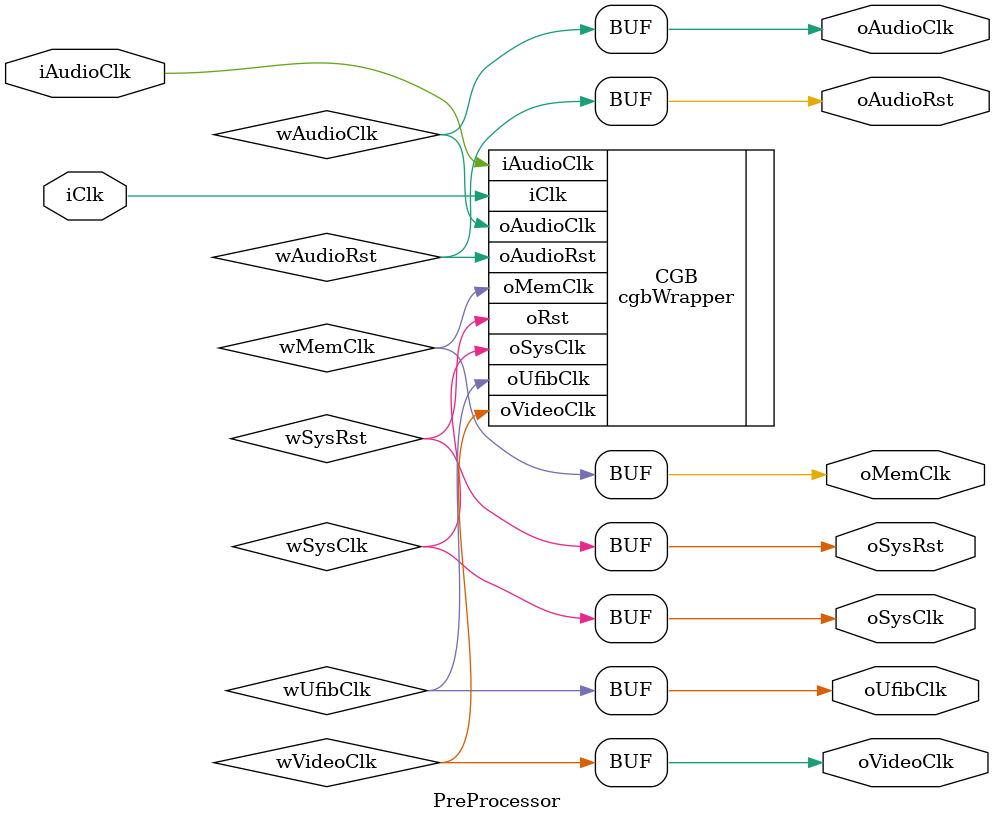
<source format=v>
module PreProcessor #(
    parameter       pSystemPll      = "on",
    parameter       pAudioPll       = "on"
)(
	// External Port
    input           iClk,
    input           iAudioClk,
	// Internal Port
    output          oSysRst,        // Active High Sync Reset
    output          oAudioRst,		// Active High Sync Reset
    output          oMemClk,
    output          oVideoClk,
    output          oSysClk,
    output          oAudioClk,
	output 			oUfibClk
);


//----------------------------------------------------------
// Clock Generate Block
//----------------------------------------------------------
wire wSysRst;			assign oSysRst 		= wSysRst;
wire wAudioRst;			assign oAudioRst 	= wAudioRst;
//
wire wMemClk;			assign oMemClk		= wMemClk;
wire wVideoClk;			assign oVideoClk	= wVideoClk;
wire wSysClk;			assign oSysClk		= wSysClk;
wire wAudioClk;			assign oAudioClk 	= wAudioClk;
wire wUfibClk;			assign oUfibClk 	= wUfibClk;

cgbWrapper # (
    .pSystemPll (pSystemPll),
    .pAudioPll  (pAudioPll)
) CGB (
    .iClk       (iClk),
    .iAudioClk  (iAudioClk),
    .oRst       (wSysRst),
    .oAudioRst  (wAudioRst),
    .oMemClk    (wMemClk),
    .oVideoClk  (wVideoClk),
    .oSysClk    (wSysClk),
    .oAudioClk  (wAudioClk),
    .oUfibClk   (wUfibClk)
);


endmodule
</source>
